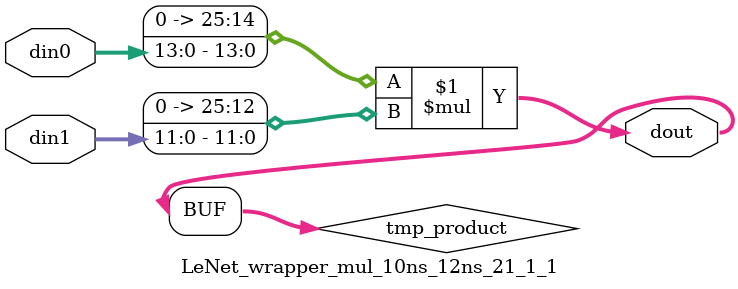
<source format=v>

`timescale 1 ns / 1 ps

  module LeNet_wrapper_mul_10ns_12ns_21_1_1(din0, din1, dout);
parameter ID = 1;
parameter NUM_STAGE = 0;
parameter din0_WIDTH = 14;
parameter din1_WIDTH = 12;
parameter dout_WIDTH = 26;

input [din0_WIDTH - 1 : 0] din0; 
input [din1_WIDTH - 1 : 0] din1; 
output [dout_WIDTH - 1 : 0] dout;

wire signed [dout_WIDTH - 1 : 0] tmp_product;










assign tmp_product = $signed({1'b0, din0}) * $signed({1'b0, din1});











assign dout = tmp_product;







endmodule

</source>
